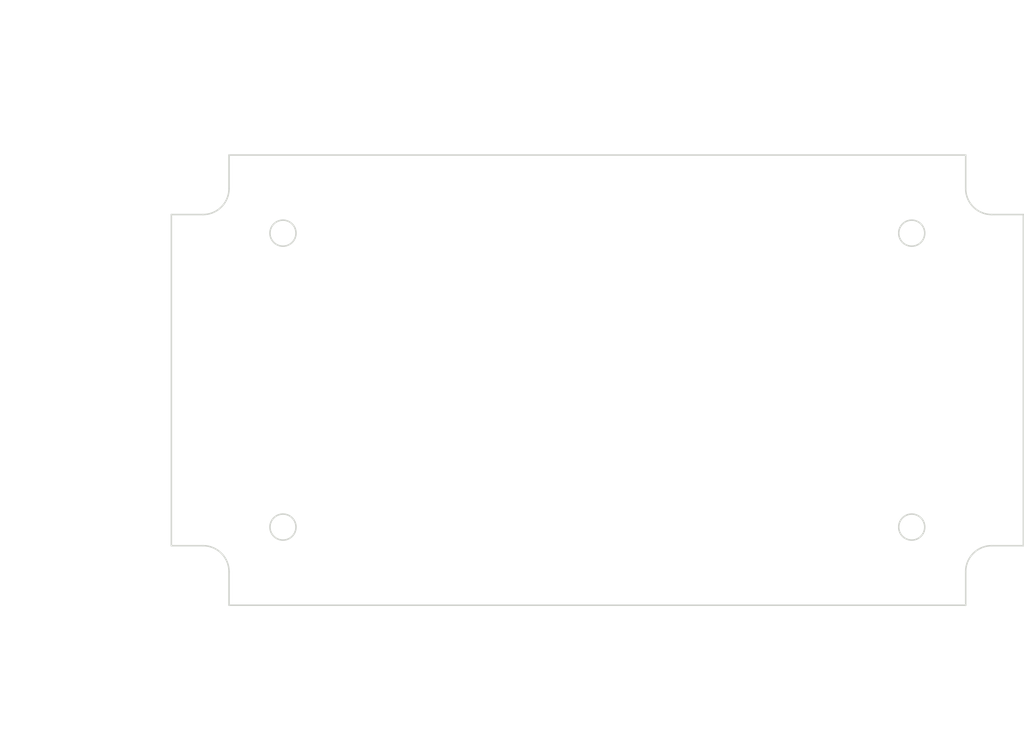
<source format=kicad_pcb>
(kicad_pcb (version 20171130) (host pcbnew "(5.1.0)-1")

  (general
    (thickness 1.6)
    (drawings 71)
    (tracks 0)
    (zones 0)
    (modules 0)
    (nets 1)
  )

  (page A4)
  (layers
    (0 F.Cu signal)
    (31 B.Cu signal)
    (32 B.Adhes user)
    (33 F.Adhes user)
    (34 B.Paste user)
    (35 F.Paste user)
    (36 B.SilkS user)
    (37 F.SilkS user)
    (38 B.Mask user)
    (39 F.Mask user)
    (40 Dwgs.User user)
    (41 Cmts.User user)
    (42 Eco1.User user)
    (43 Eco2.User user)
    (44 Edge.Cuts user)
    (45 Margin user)
    (46 B.CrtYd user)
    (47 F.CrtYd user)
    (48 B.Fab user)
    (49 F.Fab user)
  )

  (setup
    (last_trace_width 0.25)
    (trace_clearance 0.2)
    (zone_clearance 0.508)
    (zone_45_only no)
    (trace_min 0.2)
    (via_size 0.8)
    (via_drill 0.4)
    (via_min_size 0.4)
    (via_min_drill 0.3)
    (uvia_size 0.3)
    (uvia_drill 0.1)
    (uvias_allowed no)
    (uvia_min_size 0.2)
    (uvia_min_drill 0.1)
    (edge_width 0.05)
    (segment_width 0.2)
    (pcb_text_width 0.3)
    (pcb_text_size 1.5 1.5)
    (mod_edge_width 0.12)
    (mod_text_size 1 1)
    (mod_text_width 0.15)
    (pad_size 1.524 1.524)
    (pad_drill 0.762)
    (pad_to_mask_clearance 0.051)
    (solder_mask_min_width 0.25)
    (aux_axis_origin 0 0)
    (visible_elements FFFFFF7F)
    (pcbplotparams
      (layerselection 0x010fc_ffffffff)
      (usegerberextensions false)
      (usegerberattributes false)
      (usegerberadvancedattributes false)
      (creategerberjobfile false)
      (excludeedgelayer true)
      (linewidth 0.152400)
      (plotframeref false)
      (viasonmask false)
      (mode 1)
      (useauxorigin false)
      (hpglpennumber 1)
      (hpglpenspeed 20)
      (hpglpendiameter 15.000000)
      (psnegative false)
      (psa4output false)
      (plotreference true)
      (plotvalue true)
      (plotinvisibletext false)
      (padsonsilk false)
      (subtractmaskfromsilk false)
      (outputformat 1)
      (mirror false)
      (drillshape 1)
      (scaleselection 1)
      (outputdirectory ""))
  )

  (net 0 "")

  (net_class Default "This is the default net class."
    (clearance 0.2)
    (trace_width 0.25)
    (via_dia 0.8)
    (via_drill 0.4)
    (uvia_dia 0.3)
    (uvia_drill 0.1)
  )

  (gr_line (start 95.24652 119.14084) (end 95.24652 74.640841) (layer Edge.Cuts) (width 0.2))
  (gr_line (start 99.49652 119.14084) (end 95.24652 119.14084) (layer Edge.Cuts) (width 0.2))
  (gr_arc (start 99.49652 122.64084) (end 102.99652 122.64084) (angle -90) (layer Edge.Cuts) (width 0.2))
  (gr_line (start 102.996519 127.140841) (end 102.996519 122.640841) (layer Edge.Cuts) (width 0.2))
  (gr_line (start 201.99652 127.140841) (end 102.996519 127.140841) (layer Edge.Cuts) (width 0.2))
  (gr_line (start 201.99652 122.640841) (end 201.99652 127.140841) (layer Edge.Cuts) (width 0.2))
  (gr_arc (start 205.496519 122.64084) (end 205.496519 119.14084) (angle -90) (layer Edge.Cuts) (width 0.2))
  (gr_line (start 209.74652 119.14084) (end 205.496519 119.14084) (layer Edge.Cuts) (width 0.2))
  (gr_line (start 209.74652 74.640841) (end 209.74652 119.14084) (layer Edge.Cuts) (width 0.2))
  (gr_line (start 205.496519 74.640841) (end 209.74652 74.640841) (layer Edge.Cuts) (width 0.2))
  (gr_arc (start 205.496519 71.140841) (end 201.996519 71.140841) (angle -90) (layer Edge.Cuts) (width 0.2))
  (gr_line (start 201.99652 66.64084) (end 201.99652 71.140841) (layer Edge.Cuts) (width 0.2))
  (gr_line (start 102.996519 66.64084) (end 201.99652 66.64084) (layer Edge.Cuts) (width 0.2))
  (gr_line (start 102.996519 71.140841) (end 102.996519 66.64084) (layer Edge.Cuts) (width 0.2))
  (gr_arc (start 99.49652 71.140841) (end 99.49652 74.640841) (angle -90) (layer Edge.Cuts) (width 0.2))
  (gr_line (start 95.24652 74.640841) (end 99.49652 74.640841) (layer Edge.Cuts) (width 0.2))
  (gr_circle (center 110.24652 116.64084) (end 111.99652 116.64084) (layer Edge.Cuts) (width 0.2))
  (gr_circle (center 194.74652 77.14084) (end 196.49652 77.14084) (layer Edge.Cuts) (width 0.2))
  (gr_circle (center 110.24652 77.14084) (end 111.99652 77.14084) (layer Edge.Cuts) (width 0.2))
  (gr_circle (center 194.74652 116.64084) (end 196.49652 116.64084) (layer Edge.Cuts) (width 0.2))
  (gr_text [3.90] (at 152.49652 57.229939) (layer Dwgs.User)
    (effects (font (size 1.7 1.53) (thickness 0.2125)))
  )
  (gr_text " 99.00" (at 152.49652 53.672504) (layer Dwgs.User)
    (effects (font (size 1.7 1.53) (thickness 0.2125)))
  )
  (gr_line (start 199.99652 55.340478) (end 156.541131 55.340478) (layer Dwgs.User) (width 0.2))
  (gr_line (start 104.996519 55.340478) (end 148.451908 55.340478) (layer Dwgs.User) (width 0.2))
  (gr_line (start 201.99652 65.64084) (end 201.99652 52.165478) (layer Dwgs.User) (width 0.2))
  (gr_line (start 102.996519 65.64084) (end 102.996519 52.165478) (layer Dwgs.User) (width 0.2))
  (gr_line (start 110.24652 77.23084) (end 110.24652 77.05084) (layer Dwgs.User) (width 0.2))
  (gr_line (start 110.15652 77.14084) (end 110.33652 77.14084) (layer Dwgs.User) (width 0.2))
  (gr_text " ∅3.50\n[∅0.14]" (at 122.567667 73.301278) (layer Dwgs.User)
    (effects (font (size 1.7 1.53) (thickness 0.2125)))
  )
  (gr_line (start 116.030797 73.301278) (end 113.370846 75.066935) (layer Dwgs.User) (width 0.2))
  (gr_line (start 118.030797 73.301278) (end 116.030797 73.301278) (layer Dwgs.User) (width 0.2))
  (gr_text [1.56] (at 90.359144 86.810887) (layer Dwgs.User)
    (effects (font (size 1.7 1.53) (thickness 0.2125)))
  )
  (gr_text " 39.50" (at 90.359144 83.252872) (layer Dwgs.User)
    (effects (font (size 1.7 1.53) (thickness 0.2125)))
  )
  (gr_line (start 90.359144 79.14084) (end 90.359144 81.363411) (layer Dwgs.User) (width 0.2))
  (gr_line (start 90.359144 114.64084) (end 90.359144 88.479441) (layer Dwgs.User) (width 0.2))
  (gr_line (start 109.24652 77.14084) (end 87.184144 77.14084) (layer Dwgs.User) (width 0.2))
  (gr_line (start 109.24652 116.64084) (end 87.184144 116.64084) (layer Dwgs.User) (width 0.2))
  (gr_text [3.33] (at 133.564514 63.980778) (layer Dwgs.User)
    (effects (font (size 1.7 1.53) (thickness 0.2125)))
  )
  (gr_text " 84.50" (at 133.564514 60.423343) (layer Dwgs.User)
    (effects (font (size 1.7 1.53) (thickness 0.2125)))
  )
  (gr_line (start 112.24652 62.091317) (end 129.519903 62.091317) (layer Dwgs.User) (width 0.2))
  (gr_line (start 192.74652 62.091317) (end 137.609126 62.091317) (layer Dwgs.User) (width 0.2))
  (gr_line (start 110.24652 76.140841) (end 110.24652 58.916317) (layer Dwgs.User) (width 0.2))
  (gr_line (start 194.74652 76.140841) (end 194.74652 58.916317) (layer Dwgs.User) (width 0.2))
  (gr_text [R0.14] (at 114.725668 86.334546) (layer Dwgs.User)
    (effects (font (size 1.7 1.53) (thickness 0.2125)))
  )
  (gr_text " R3.50" (at 114.725668 82.77653) (layer Dwgs.User)
    (effects (font (size 1.7 1.53) (thickness 0.2125)))
  )
  (gr_line (start 108.254897 84.445084) (end 102.520756 75.734749) (layer Dwgs.User) (width 0.2))
  (gr_line (start 110.254897 84.445084) (end 108.254897 84.445084) (layer Dwgs.User) (width 0.2))
  (gr_text [1.75] (at 82.994592 97.489487) (layer Dwgs.User)
    (effects (font (size 1.7 1.53) (thickness 0.2125)))
  )
  (gr_text " 44.50" (at 82.994592 93.932052) (layer Dwgs.User)
    (effects (font (size 1.7 1.53) (thickness 0.2125)))
  )
  (gr_line (start 82.994592 76.640841) (end 82.994592 92.042591) (layer Dwgs.User) (width 0.2))
  (gr_line (start 82.994592 117.14084) (end 82.994592 99.157461) (layer Dwgs.User) (width 0.2))
  (gr_line (start 94.24652 74.640841) (end 79.819592 74.640841) (layer Dwgs.User) (width 0.2))
  (gr_line (start 94.24652 119.14084) (end 79.819592 119.14084) (layer Dwgs.User) (width 0.2))
  (gr_text [3.90] (at 128.256692 142.381908) (layer Dwgs.User)
    (effects (font (size 1.7 1.53) (thickness 0.2125)))
  )
  (gr_text " 99.00" (at 128.256692 138.824473) (layer Dwgs.User)
    (effects (font (size 1.7 1.53) (thickness 0.2125)))
  )
  (gr_line (start 104.996519 140.492447) (end 124.21208 140.492447) (layer Dwgs.User) (width 0.2))
  (gr_line (start 199.99652 140.492447) (end 132.301303 140.492447) (layer Dwgs.User) (width 0.2))
  (gr_line (start 102.996519 128.140841) (end 102.996519 143.667447) (layer Dwgs.User) (width 0.2))
  (gr_line (start 201.99652 128.140841) (end 201.99652 143.667447) (layer Dwgs.User) (width 0.2))
  (gr_text [2.38] (at 76.243753 88.529283) (layer Dwgs.User)
    (effects (font (size 1.7 1.53) (thickness 0.2125)))
  )
  (gr_text " 60.50" (at 76.243753 84.971848) (layer Dwgs.User)
    (effects (font (size 1.7 1.53) (thickness 0.2125)))
  )
  (gr_line (start 76.243753 68.64084) (end 76.243753 83.082386) (layer Dwgs.User) (width 0.2))
  (gr_line (start 76.243753 125.14084) (end 76.243753 90.197257) (layer Dwgs.User) (width 0.2))
  (gr_line (start 101.99652 66.64084) (end 73.068753 66.64084) (layer Dwgs.User) (width 0.2))
  (gr_line (start 101.99652 127.14084) (end 73.068753 127.14084) (layer Dwgs.User) (width 0.2))
  (gr_text [4.51] (at 132.491126 50.970071) (layer Dwgs.User)
    (effects (font (size 1.7 1.53) (thickness 0.2125)))
  )
  (gr_text " 114.50" (at 132.491126 47.412635) (layer Dwgs.User)
    (effects (font (size 1.7 1.53) (thickness 0.2125)))
  )
  (gr_line (start 97.24652 49.080609) (end 127.786112 49.080609) (layer Dwgs.User) (width 0.2))
  (gr_line (start 207.74652 49.080609) (end 137.19614 49.080609) (layer Dwgs.User) (width 0.2))
  (gr_line (start 95.24652 73.640841) (end 95.24652 45.905609) (layer Dwgs.User) (width 0.2))
  (gr_line (start 209.74652 73.640841) (end 209.74652 45.905609) (layer Dwgs.User) (width 0.2))

)

</source>
